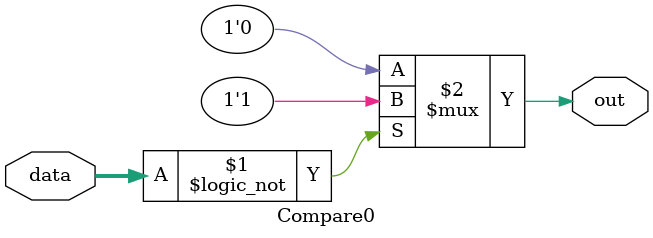
<source format=sv>
module Compare0(
	input [31:0] data,
	output out
);
	
	assign out = (data == 32'd0) ? 1'b1 : 1'b0;

endmodule  
</source>
